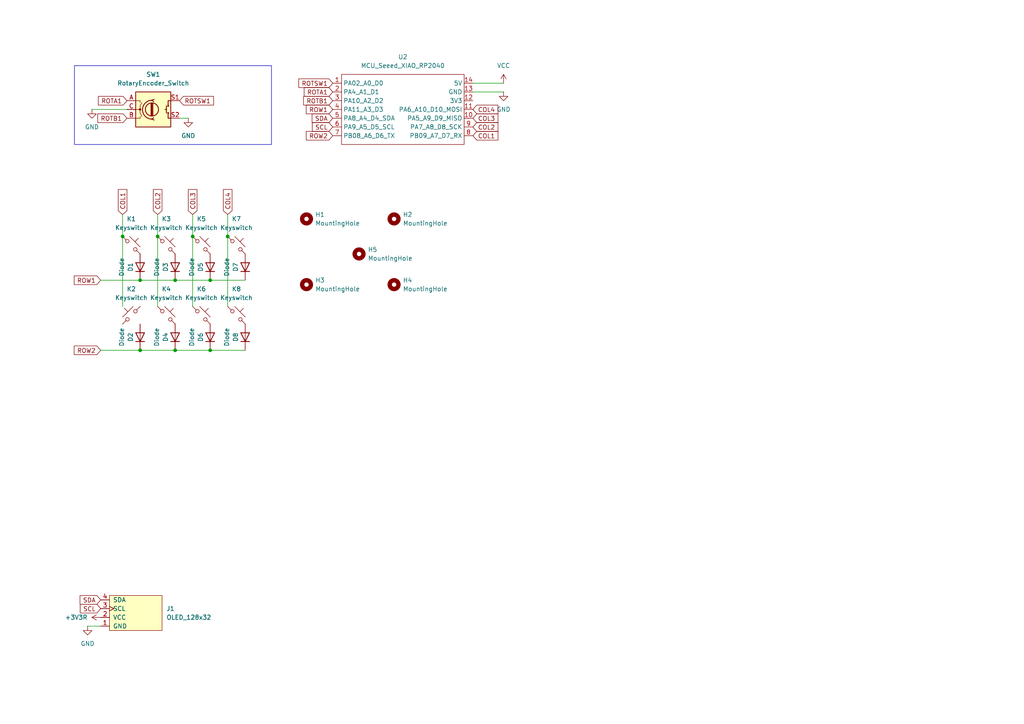
<source format=kicad_sch>
(kicad_sch (version 20231120) (generator "eeschema") (generator_version "8.0")
  (paper "A4")
  (lib_symbols
    (symbol "Device:D" (pin_numbers hide) (pin_names (offset 1.016) hide)
      (property "Reference" "D" (at 0 2.54 0))
      (property "Value" "D" (at 0 -2.54 0))
      (symbol "D_0_1"
        (polyline (pts (xy -1.27 1.27) (xy -1.27 -1.27)) (stroke (width 0.254)))
        (polyline (pts (xy 1.27 0) (xy -1.27 0)))
        (polyline (pts (xy 1.27 1.27) (xy 1.27 -1.27) (xy -1.27 0) (xy 1.27 1.27)) (stroke (width 0.254)))
      )
      (symbol "D_1_1"
        (pin passive line (at -3.81 0 0) (length 2.54) (name "K") (number "1"))
        (pin passive line (at 3.81 0 180) (length 2.54) (name "A") (number "2"))
      )
    )
    (symbol "Device:RotaryEncoder_Switch" (pin_names (offset 0.254) hide)
      (property "Reference" "SW" (at 0 6.604 0))
      (property "Value" "RotaryEncoder_Switch" (at 0 -6.604 0))
      (symbol "RotaryEncoder_Switch_0_1"
        (rectangle (start -5.08 5.08) (end 5.08 -5.08) (stroke (width 0.254)) (fill (type background)))
        (circle (center -3.81 0) (radius 0.254) (fill (type outline)))
        (circle (center -0.381 0) (radius 1.905) (stroke (width 0.254)))
        (arc (start -0.381 2.667) (mid -3.0988 -0.0635) (end -0.381 -2.794) (stroke (width 0.254)))
        (polyline (pts (xy -0.635 -1.778) (xy -0.635 1.778)) (stroke (width 0.254)))
        (polyline (pts (xy -0.381 -1.778) (xy -0.381 1.778)) (stroke (width 0.254)))
        (polyline (pts (xy -0.127 1.778) (xy -0.127 -1.778)) (stroke (width 0.254)))
        (polyline (pts (xy 3.81 0) (xy 3.429 0)) (stroke (width 0.254)))
        (polyline (pts (xy 3.81 1.016) (xy 3.81 -1.016)) (stroke (width 0.254)))
        (polyline (pts (xy -5.08 -2.54) (xy -3.81 -2.54) (xy -3.81 -2.032)))
        (polyline (pts (xy -5.08 2.54) (xy -3.81 2.54) (xy -3.81 2.032)))
        (polyline (pts (xy 0.254 -3.048) (xy -0.508 -2.794) (xy 0.127 -2.413)) (stroke (width 0.254)))
        (polyline (pts (xy 0.254 2.921) (xy -0.508 2.667) (xy 0.127 2.286)) (stroke (width 0.254)))
        (polyline (pts (xy 5.08 -2.54) (xy 4.318 -2.54) (xy 4.318 -1.016)) (stroke (width 0.254)))
        (polyline (pts (xy 5.08 2.54) (xy 4.318 2.54) (xy 4.318 1.016)) (stroke (width 0.254)))
        (polyline (pts (xy -5.08 0) (xy -3.81 0) (xy -3.81 -1.016) (xy -3.302 -2.032)))
        (polyline (pts (xy -4.318 0) (xy -3.81 0) (xy -3.81 1.016) (xy -3.302 2.032)))
        (circle (center 4.318 -1.016) (radius 0.127) (stroke (width 0.254)))
        (circle (center 4.318 1.016) (radius 0.127) (stroke (width 0.254)))
      )
      (symbol "RotaryEncoder_Switch_1_1"
        (pin passive line (at -7.62 2.54 0) (length 2.54) (name "A") (number "A"))
        (pin passive line (at -7.62 -2.54 0) (length 2.54) (name "B") (number "B"))
        (pin passive line (at -7.62 0 0) (length 2.54) (name "C") (number "C"))
        (pin passive line (at 7.62 2.54 180) (length 2.54) (name "S1") (number "S1"))
        (pin passive line (at 7.62 -2.54 180) (length 2.54) (name "S2") (number "S2"))
      )
    )
    (symbol "Mechanical:MountingHole" (pin_names (offset 1.016)) (exclude_from_sim yes) (in_bom no)
      (property "Reference" "H" (at 0 5.08 0))
      (property "Value" "MountingHole" (at 0 3.175 0))
      (symbol "MountingHole_0_1"
        (circle (center 0 0) (radius 1.27) (stroke (width 1.27)))
      )
    )
    (symbol "ScottoKeebs:MCU_Seeed_XIAO_RP2040"
      (property "Reference" "U" (at -16.51 11.43 0))
      (property "Value" "MCU_Seeed_XIAO_RP2040" (at -3.81 -11.43 0))
      (symbol "MCU_Seeed_XIAO_RP2040_0_1"
        (rectangle (start -16.51 10.16) (end 19.05 -10.16))
      )
      (symbol "MCU_Seeed_XIAO_RP2040_1_1"
        (pin passive line (at -19.05 7.62 0) (length 2.54) (name "PA02_A0_D0") (number "1"))
        (pin passive line (at 21.59 -2.54 180) (length 2.54) (name "PA5_A9_D9_MISO") (number "10"))
        (pin passive line (at 21.59 0 180) (length 2.54) (name "PA6_A10_D10_MOSI") (number "11"))
        (pin passive line (at 21.59 2.54 180) (length 2.54) (name "3V3") (number "12"))
        (pin passive line (at 21.59 5.08 180) (length 2.54) (name "GND") (number "13"))
        (pin passive line (at 21.59 7.62 180) (length 2.54) (name "5V") (number "14"))
        (pin passive line (at -19.05 5.08 0) (length 2.54) (name "PA4_A1_D1") (number "2"))
        (pin passive line (at -19.05 2.54 0) (length 2.54) (name "PA10_A2_D2") (number "3"))
        (pin passive line (at -19.05 0 0) (length 2.54) (name "PA11_A3_D3") (number "4"))
        (pin passive line (at -19.05 -2.54 0) (length 2.54) (name "PA8_A4_D4_SDA") (number "5"))
        (pin passive line (at -19.05 -5.08 0) (length 2.54) (name "PA9_A5_D5_SCL") (number "6"))
        (pin passive line (at -19.05 -7.62 0) (length 2.54) (name "PB08_A6_D6_TX") (number "7"))
        (pin passive line (at 21.59 -7.62 180) (length 2.54) (name "PB09_A7_D7_RX") (number "8"))
        (pin passive line (at 21.59 -5.08 180) (length 2.54) (name "PA7_A8_D8_SCK") (number "9"))
      )
    )
    (symbol "ScottoKeebs:OLED_128x32" (pin_names (offset 1.016))
      (property "Reference" "J" (at 0 -6.35 0))
      (property "Value" "OLED_128x32" (at 0 6.35 0))
      (symbol "OLED_128x32_0_1"
        (rectangle (start 0 5.08) (end 15.24 -5.08) (fill (type background)))
      )
      (symbol "OLED_128x32_1_1"
        (pin power_in line (at -2.54 -3.81 0) (length 2.54) (name "GND") (number "1"))
        (pin power_in line (at -2.54 -1.27 0) (length 2.54) (name "VCC") (number "2"))
        (pin input clock (at -2.54 1.27 0) (length 2.54) (name "SCL") (number "3"))
        (pin bidirectional line (at -2.54 3.81 0) (length 2.54) (name "SDA") (number "4"))
      )
    )
    (symbol "Switch:SW_Push_45deg" (pin_numbers hide) (pin_names (offset 1.016) hide)
      (property "Reference" "SW" (at 3.048 1.016 0))
      (property "Value" "SW_Push_45deg" (at 0 -3.81 0))
      (symbol "SW_Push_45deg_0_1"
        (circle (center -1.1684 1.1684) (radius 0.508))
        (polyline (pts (xy -0.508 2.54) (xy 2.54 -0.508)))
        (polyline (pts (xy 1.016 1.016) (xy 2.032 2.032)))
        (polyline (pts (xy -2.54 2.54) (xy -1.524 1.524) (xy -1.524 1.524)))
        (polyline (pts (xy 1.524 -1.524) (xy 2.54 -2.54) (xy 2.54 -2.54) (xy 2.54 -2.54)))
        (circle (center 1.143 -1.1938) (radius 0.508))
        (pin passive line (at -2.54 2.54 0) (length 0) (name "1") (number "1"))
        (pin passive line (at 2.54 -2.54 180) (length 0) (name "2") (number "2"))
      )
    )
    (symbol "kbd:+3V3R" (power) (pin_names (offset 0))
      (property "Value" "+3V3R" (at 0 3.556 0))
      (symbol "+3V3R_0_1"
        (polyline (pts (xy -0.762 1.27) (xy 0 2.54)))
        (polyline (pts (xy 0 0) (xy 0 2.54)))
        (polyline (pts (xy 0 2.54) (xy 0.762 1.27)))
      )
      (symbol "+3V3R_1_1"
        (pin power_in line (at 0 0 90) (length 0) hide (name "+3V3R") (number "1"))
      )
    )
    (symbol "power:GND" (power) (pin_numbers hide) (pin_names (offset 0) hide)
      (property "Value" "GND" (at 0 -3.81 0))
      (symbol "GND_0_1"
        (polyline (pts (xy 0 0) (xy 0 -1.27) (xy 1.27 -1.27) (xy 0 -2.54) (xy -1.27 -1.27) (xy 0 -1.27)))
      )
      (symbol "GND_1_1"
        (pin power_in line (at 0 0 270) (length 0) (name "~") (number "1"))
      )
    )
    (symbol "power:VCC" (power) (pin_numbers hide) (pin_names (offset 0) hide)
      (property "Value" "VCC" (at 0 3.556 0))
      (symbol "VCC_0_1"
        (polyline (pts (xy -0.762 1.27) (xy 0 2.54)))
        (polyline (pts (xy 0 0) (xy 0 2.54)))
        (polyline (pts (xy 0 2.54) (xy 0.762 1.27)))
      )
      (symbol "VCC_1_1"
        (pin power_in line (at 0 0 90) (length 0) (name "~") (number "1"))
      )
    )
  )
  (junction (at 35.56 68.58))
  (junction (at 40.64 81.28))
  (junction (at 50.8 101.6))
  (junction (at 55.88 68.58))
  (junction (at 40.64 101.6))
  (junction (at 45.72 68.58))
  (junction (at 66.04 68.58))
  (junction (at 60.96 101.6))
  (junction (at 60.96 81.28))
  (junction (at 50.8 81.28))
  (wire (pts (xy 29.21 81.28) (xy 40.64 81.28)))
  (wire (pts (xy 35.56 62.23) (xy 35.56 68.58)))
  (wire (pts (xy 137.16 26.67) (xy 146.05 26.67)))
  (wire (pts (xy 45.72 62.23) (xy 45.72 68.58)))
  (wire (pts (xy 52.07 34.29) (xy 54.61 34.29)))
  (wire (pts (xy 25.4 181.61) (xy 29.21 181.61)))
  (wire (pts (xy 35.56 68.58) (xy 35.56 88.9)))
  (wire (pts (xy 40.64 81.28) (xy 50.8 81.28)))
  (wire (pts (xy 50.8 81.28) (xy 60.96 81.28)))
  (wire (pts (xy 45.72 68.58) (xy 45.72 88.9)))
  (wire (pts (xy 55.88 68.58) (xy 55.88 88.9)))
  (wire (pts (xy 137.16 24.13) (xy 146.05 24.13)))
  (wire (pts (xy 29.21 101.6) (xy 40.64 101.6)))
  (wire (pts (xy 66.04 62.23) (xy 66.04 68.58)))
  (wire (pts (xy 60.96 101.6) (xy 71.12 101.6)))
  (wire (pts (xy 40.64 101.6) (xy 50.8 101.6)))
  (wire (pts (xy 60.96 81.28) (xy 71.12 81.28)))
  (wire (pts (xy 55.88 62.23) (xy 55.88 68.58)))
  (wire (pts (xy 50.8 101.6) (xy 60.96 101.6)))
  (wire (pts (xy 26.67 31.75) (xy 36.83 31.75)))
  (wire (pts (xy 66.04 68.58) (xy 66.04 88.9)))
  (rectangle (start 21.59 19.05) (end 78.74 41.91))
  (global_label "COL4" (shape input) (at 66.04 62.23 90) (property "Intersheetrefs" "${INTERSHEET_REFS}" (effects (hide yes))))
  (global_label "COL4" (shape input) (at 137.16 31.75 0) (property "Intersheetrefs" "${INTERSHEET_REFS}" (effects (hide yes))))
  (global_label "ROTA1" (shape input) (at 96.52 26.67 180) (property "Intersheetrefs" "${INTERSHEET_REFS}" (effects (hide yes))))
  (global_label "SCL" (shape input) (at 29.21 176.53 180) (property "Intersheetrefs" "${INTERSHEET_REFS}" (effects (hide yes))))
  (global_label "COL3" (shape input) (at 55.88 62.23 90) (property "Intersheetrefs" "${INTERSHEET_REFS}" (effects (hide yes))))
  (global_label "COL1" (shape input) (at 137.16 39.37 0) (property "Intersheetrefs" "${INTERSHEET_REFS}" (effects (hide yes))))
  (global_label "SDA" (shape input) (at 29.21 173.99 180) (property "Intersheetrefs" "${INTERSHEET_REFS}" (effects (hide yes))))
  (global_label "SCL" (shape input) (at 96.52 36.83 180) (property "Intersheetrefs" "${INTERSHEET_REFS}" (effects (hide yes))))
  (global_label "ROW2" (shape input) (at 29.21 101.6 180) (property "Intersheetrefs" "${INTERSHEET_REFS}" (effects (hide yes))))
  (global_label "COL2" (shape input) (at 45.72 62.23 90) (property "Intersheetrefs" "${INTERSHEET_REFS}" (effects (hide yes))))
  (global_label "COL2" (shape input) (at 137.16 36.83 0) (property "Intersheetrefs" "${INTERSHEET_REFS}" (effects (hide yes))))
  (global_label "ROTSW1" (shape input) (at 96.52 24.13 180) (property "Intersheetrefs" "${INTERSHEET_REFS}" (effects (hide yes))))
  (global_label "COL3" (shape input) (at 137.16 34.29 0) (property "Intersheetrefs" "${INTERSHEET_REFS}" (effects (hide yes))))
  (global_label "ROTB1" (shape input) (at 96.52 29.21 180) (property "Intersheetrefs" "${INTERSHEET_REFS}" (effects (hide yes))))
  (global_label "ROTSW1" (shape input) (at 52.07 29.21 0) (property "Intersheetrefs" "${INTERSHEET_REFS}" (effects (hide yes))))
  (global_label "SDA" (shape input) (at 96.52 34.29 180) (property "Intersheetrefs" "${INTERSHEET_REFS}" (effects (hide yes))))
  (global_label "ROW1" (shape input) (at 96.52 31.75 180) (property "Intersheetrefs" "${INTERSHEET_REFS}" (effects (hide yes))))
  (global_label "ROTA1" (shape input) (at 36.83 29.21 180) (property "Intersheetrefs" "${INTERSHEET_REFS}" (effects (hide yes))))
  (global_label "ROW2" (shape input) (at 96.52 39.37 180) (property "Intersheetrefs" "${INTERSHEET_REFS}" (effects (hide yes))))
  (global_label "ROTB1" (shape input) (at 36.83 34.29 180) (property "Intersheetrefs" "${INTERSHEET_REFS}" (effects (hide yes))))
  (global_label "COL1" (shape input) (at 35.56 62.23 90) (property "Intersheetrefs" "${INTERSHEET_REFS}" (effects (hide yes))))
  (global_label "ROW1" (shape input) (at 29.21 81.28 180) (property "Intersheetrefs" "${INTERSHEET_REFS}" (effects (hide yes))))
  (symbol (lib_id "Switch:SW_Push_45deg") (at 38.1 91.44 0) (mirror y) (unit 1)
    (property "Reference" "K2" (at 38.1 83.82 0))
    (property "Value" "Keyswitch" (at 38.1 86.36 0))
    (property "Footprint" "ScottoKeebs_Hotswap:Hotswap_MX_Plated_1.00u" (effects (hide yes)))
    (property "Description" "Push button switch, normally open, two pins, 45° tilted" (effects (hide yes)))
  )
  (symbol (lib_id "power:GND") (at 54.61 34.29 0) (unit 1)
    (property "Reference" "#PWR04" (effects (hide yes)))
    (property "Value" "GND" (at 54.61 39.37 0))
    (property "Description" "Power symbol creates a global label with name \"GND\" , ground" (effects (hide yes)))
  )
  (symbol (lib_id "Switch:SW_Push_45deg") (at 68.58 91.44 0) (unit 1)
    (property "Reference" "K8" (at 68.58 83.82 0))
    (property "Value" "Keyswitch" (at 68.58 86.36 0))
    (property "Footprint" "ScottoKeebs_Hotswap:Hotswap_MX_Plated_1.00u" (effects (hide yes)))
    (property "Description" "Push button switch, normally open, two pins, 45° tilted" (effects (hide yes)))
  )
  (symbol (lib_id "Mechanical:MountingHole") (at 104.14 73.66 0) (unit 1) (exclude_from_sim yes) (in_bom no)
    (property "Reference" "H5" (at 106.68 72.3899 0) (effects (justify left)))
    (property "Value" "MountingHole" (at 106.68 74.9299 0) (effects (justify left)))
    (property "Footprint" "ScottoKeebs_Scotto:Standoff_M2x6mm" (effects (hide yes)))
    (property "Description" "Mounting Hole without connection" (effects (hide yes)))
  )
  (symbol (lib_id "Device:D") (at 40.64 97.79 90) (unit 1)
    (property "Reference" "D2" (at 37.846 97.79 0))
    (property "Value" "Diode" (at 35.306 97.79 0))
    (property "Footprint" "ScottoKeebs_Components:Diode_DO-35" (effects (hide yes)))
    (property "Description" "Diode" (effects (hide yes)))
    (property "Sim.Device" "D" (effects (hide yes)))
    (property "Sim.Pins" "1=K 2=A" (effects (hide yes)))
  )
  (symbol (lib_id "Device:D") (at 60.96 97.79 90) (unit 1)
    (property "Reference" "D6" (at 58.166 97.79 0))
    (property "Value" "Diode" (at 55.626 97.79 0))
    (property "Footprint" "ScottoKeebs_Components:Diode_DO-35" (effects (hide yes)))
    (property "Description" "Diode" (effects (hide yes)))
    (property "Sim.Device" "D" (effects (hide yes)))
    (property "Sim.Pins" "1=K 2=A" (effects (hide yes)))
  )
  (symbol (lib_id "kbd:+3V3R") (at 29.21 179.07 90) (unit 1)
    (property "Reference" "#PWR06" (effects (hide yes)))
    (property "Value" "+3V3R" (at 25.4 179.0699 90) (effects (justify left)))
    (property "Description" "Power symbol creates a global label with name \"+3V3\"" (effects (hide yes)))
  )
  (symbol (lib_id "Device:D") (at 71.12 77.47 90) (unit 1)
    (property "Reference" "D7" (at 68.326 77.47 0))
    (property "Value" "Diode" (at 65.786 77.47 0))
    (property "Footprint" "ScottoKeebs_Components:Diode_DO-35" (effects (hide yes)))
    (property "Description" "Diode" (effects (hide yes)))
    (property "Sim.Device" "D" (effects (hide yes)))
    (property "Sim.Pins" "1=K 2=A" (effects (hide yes)))
  )
  (symbol (lib_id "ScottoKeebs:MCU_Seeed_XIAO_RP2040") (at 115.57 31.75 0) (unit 1)
    (property "Reference" "U2" (at 116.84 16.51 0))
    (property "Value" "MCU_Seeed_XIAO_RP2040" (at 116.84 19.05 0))
    (property "Footprint" "ScottoKeebs_MCU:Seeed_XIAO_RP2040" (effects (hide yes)))
  )
  (symbol (lib_id "Switch:SW_Push_45deg") (at 68.58 71.12 0) (unit 1)
    (property "Reference" "K7" (at 68.58 63.5 0))
    (property "Value" "Keyswitch" (at 68.58 66.04 0))
    (property "Footprint" "ScottoKeebs_Hotswap:Hotswap_MX_Plated_1.00u" (effects (hide yes)))
    (property "Description" "Push button switch, normally open, two pins, 45° tilted" (effects (hide yes)))
  )
  (symbol (lib_id "power:GND") (at 146.05 26.67 0) (unit 1)
    (property "Reference" "#PWR01" (effects (hide yes)))
    (property "Value" "GND" (at 146.05 31.75 0))
    (property "Description" "Power symbol creates a global label with name \"GND\" , ground" (effects (hide yes)))
  )
  (symbol (lib_id "Device:D") (at 60.96 77.47 90) (unit 1)
    (property "Reference" "D5" (at 58.166 77.47 0))
    (property "Value" "Diode" (at 55.626 77.47 0))
    (property "Footprint" "ScottoKeebs_Components:Diode_DO-35" (effects (hide yes)))
    (property "Description" "Diode" (effects (hide yes)))
    (property "Sim.Device" "D" (effects (hide yes)))
    (property "Sim.Pins" "1=K 2=A" (effects (hide yes)))
  )
  (symbol (lib_id "ScottoKeebs:OLED_128x32") (at 31.75 177.8 0) (unit 1)
    (property "Reference" "J1" (at 48.26 176.5299 0) (effects (justify left)))
    (property "Value" "OLED_128x32" (at 48.26 179.0699 0) (effects (justify left)))
    (property "Footprint" "ScottoKeebs_Components:OLED_128x32" (effects (hide yes)))
  )
  (symbol (lib_id "Mechanical:MountingHole") (at 88.9 82.55 0) (unit 1) (exclude_from_sim yes) (in_bom no)
    (property "Reference" "H3" (at 91.44 81.2799 0) (effects (justify left)))
    (property "Value" "MountingHole" (at 91.44 83.8199 0) (effects (justify left)))
    (property "Footprint" "ScottoKeebs_Scotto:Standoff_M2x6mm" (effects (hide yes)))
    (property "Description" "Mounting Hole without connection" (effects (hide yes)))
  )
  (symbol (lib_id "Device:D") (at 50.8 97.79 90) (unit 1)
    (property "Reference" "D4" (at 48.006 97.79 0))
    (property "Value" "Diode" (at 45.466 97.79 0))
    (property "Footprint" "ScottoKeebs_Components:Diode_DO-35" (effects (hide yes)))
    (property "Description" "Diode" (effects (hide yes)))
    (property "Sim.Device" "D" (effects (hide yes)))
    (property "Sim.Pins" "1=K 2=A" (effects (hide yes)))
  )
  (symbol (lib_id "Switch:SW_Push_45deg") (at 48.26 71.12 0) (unit 1)
    (property "Reference" "K3" (at 48.26 63.5 0))
    (property "Value" "Keyswitch" (at 48.26 66.04 0))
    (property "Footprint" "ScottoKeebs_Hotswap:Hotswap_MX_Plated_1.00u" (effects (hide yes)))
    (property "Description" "Push button switch, normally open, two pins, 45° tilted" (effects (hide yes)))
  )
  (symbol (lib_id "Switch:SW_Push_45deg") (at 58.42 71.12 0) (unit 1)
    (property "Reference" "K5" (at 58.42 63.5 0))
    (property "Value" "Keyswitch" (at 58.42 66.04 0))
    (property "Footprint" "ScottoKeebs_Hotswap:Hotswap_MX_Plated_1.00u" (effects (hide yes)))
    (property "Description" "Push button switch, normally open, two pins, 45° tilted" (effects (hide yes)))
  )
  (symbol (lib_id "power:GND") (at 26.67 31.75 0) (unit 1)
    (property "Reference" "#PWR02" (effects (hide yes)))
    (property "Value" "GND" (at 26.67 36.83 0))
    (property "Description" "Power symbol creates a global label with name \"GND\" , ground" (effects (hide yes)))
  )
  (symbol (lib_id "power:GND") (at 25.4 181.61 0) (unit 1)
    (property "Reference" "#PWR03" (effects (hide yes)))
    (property "Value" "GND" (at 25.4 186.69 0))
    (property "Description" "Power symbol creates a global label with name \"GND\" , ground" (effects (hide yes)))
  )
  (symbol (lib_id "power:VCC") (at 146.05 24.13 0) (unit 1)
    (property "Reference" "#PWR05" (effects (hide yes)))
    (property "Value" "VCC" (at 146.05 19.05 0))
    (property "Description" "Power symbol creates a global label with name \"VCC\"" (effects (hide yes)))
  )
  (symbol (lib_id "Device:RotaryEncoder_Switch") (at 44.45 31.75 0) (unit 1)
    (property "Reference" "SW1" (at 44.45 21.59 0))
    (property "Value" "RotaryEncoder_Switch" (at 44.45 24.13 0))
    (property "Footprint" "ScottoKeebs_Scotto:Encoder_EC11_MX" (effects (hide yes)))
    (property "Description" "Rotary encoder, dual channel, incremental quadrate outputs, with switch" (effects (hide yes)))
  )
  (symbol (lib_id "Switch:SW_Push_45deg") (at 38.1 71.12 0) (unit 1)
    (property "Reference" "K1" (at 38.1 63.5 0))
    (property "Value" "Keyswitch" (at 38.1 66.04 0))
    (property "Footprint" "ScottoKeebs_Hotswap:Hotswap_MX_Plated_1.00u" (effects (hide yes)))
    (property "Description" "Push button switch, normally open, two pins, 45° tilted" (effects (hide yes)))
  )
  (symbol (lib_id "Mechanical:MountingHole") (at 114.3 82.55 0) (unit 1) (exclude_from_sim yes) (in_bom no)
    (property "Reference" "H4" (at 116.84 81.2799 0) (effects (justify left)))
    (property "Value" "MountingHole" (at 116.84 83.8199 0) (effects (justify left)))
    (property "Footprint" "ScottoKeebs_Scotto:Standoff_M2x6mm" (effects (hide yes)))
    (property "Description" "Mounting Hole without connection" (effects (hide yes)))
  )
  (symbol (lib_id "Device:D") (at 71.12 97.79 90) (unit 1)
    (property "Reference" "D8" (at 68.326 97.79 0))
    (property "Value" "Diode" (at 65.786 97.79 0))
    (property "Footprint" "ScottoKeebs_Components:Diode_DO-35" (effects (hide yes)))
    (property "Description" "Diode" (effects (hide yes)))
    (property "Sim.Device" "D" (effects (hide yes)))
    (property "Sim.Pins" "1=K 2=A" (effects (hide yes)))
  )
  (symbol (lib_id "Mechanical:MountingHole") (at 114.3 63.5 0) (unit 1) (exclude_from_sim yes) (in_bom no)
    (property "Reference" "H2" (at 116.84 62.2299 0) (effects (justify left)))
    (property "Value" "MountingHole" (at 116.84 64.7699 0) (effects (justify left)))
    (property "Footprint" "ScottoKeebs_Scotto:Standoff_M2x6mm" (effects (hide yes)))
    (property "Description" "Mounting Hole without connection" (effects (hide yes)))
  )
  (symbol (lib_id "Device:D") (at 50.8 77.47 90) (unit 1)
    (property "Reference" "D3" (at 48.006 77.47 0))
    (property "Value" "Diode" (at 45.466 77.47 0))
    (property "Footprint" "ScottoKeebs_Components:Diode_DO-35" (effects (hide yes)))
    (property "Description" "Diode" (effects (hide yes)))
    (property "Sim.Device" "D" (effects (hide yes)))
    (property "Sim.Pins" "1=K 2=A" (effects (hide yes)))
  )
  (symbol (lib_id "Switch:SW_Push_45deg") (at 58.42 91.44 0) (unit 1)
    (property "Reference" "K6" (at 58.42 83.82 0))
    (property "Value" "Keyswitch" (at 58.42 86.36 0))
    (property "Footprint" "ScottoKeebs_Hotswap:Hotswap_MX_Plated_1.00u" (effects (hide yes)))
    (property "Description" "Push button switch, normally open, two pins, 45° tilted" (effects (hide yes)))
  )
  (symbol (lib_id "Mechanical:MountingHole") (at 88.9 63.5 0) (unit 1) (exclude_from_sim yes) (in_bom no)
    (property "Reference" "H1" (at 91.44 62.2299 0) (effects (justify left)))
    (property "Value" "MountingHole" (at 91.44 64.7699 0) (effects (justify left)))
    (property "Footprint" "ScottoKeebs_Scotto:Standoff_M2x6mm" (effects (hide yes)))
    (property "Description" "Mounting Hole without connection" (effects (hide yes)))
  )
  (symbol (lib_id "Device:D") (at 40.64 77.47 90) (unit 1)
    (property "Reference" "D1" (at 37.846 77.47 0))
    (property "Value" "Diode" (at 35.306 77.47 0))
    (property "Footprint" "ScottoKeebs_Components:Diode_DO-35" (effects (hide yes)))
    (property "Description" "Diode" (effects (hide yes)))
    (property "Sim.Device" "D" (effects (hide yes)))
    (property "Sim.Pins" "1=K 2=A" (effects (hide yes)))
  )
  (symbol (lib_id "Switch:SW_Push_45deg") (at 48.26 91.44 0) (unit 1)
    (property "Reference" "K4" (at 48.26 83.82 0))
    (property "Value" "Keyswitch" (at 48.26 86.36 0))
    (property "Footprint" "ScottoKeebs_Hotswap:Hotswap_MX_Plated_1.00u" (effects (hide yes)))
    (property "Description" "Push button switch, normally open, two pins, 45° tilted" (effects (hide yes)))
  )
)
</source>
